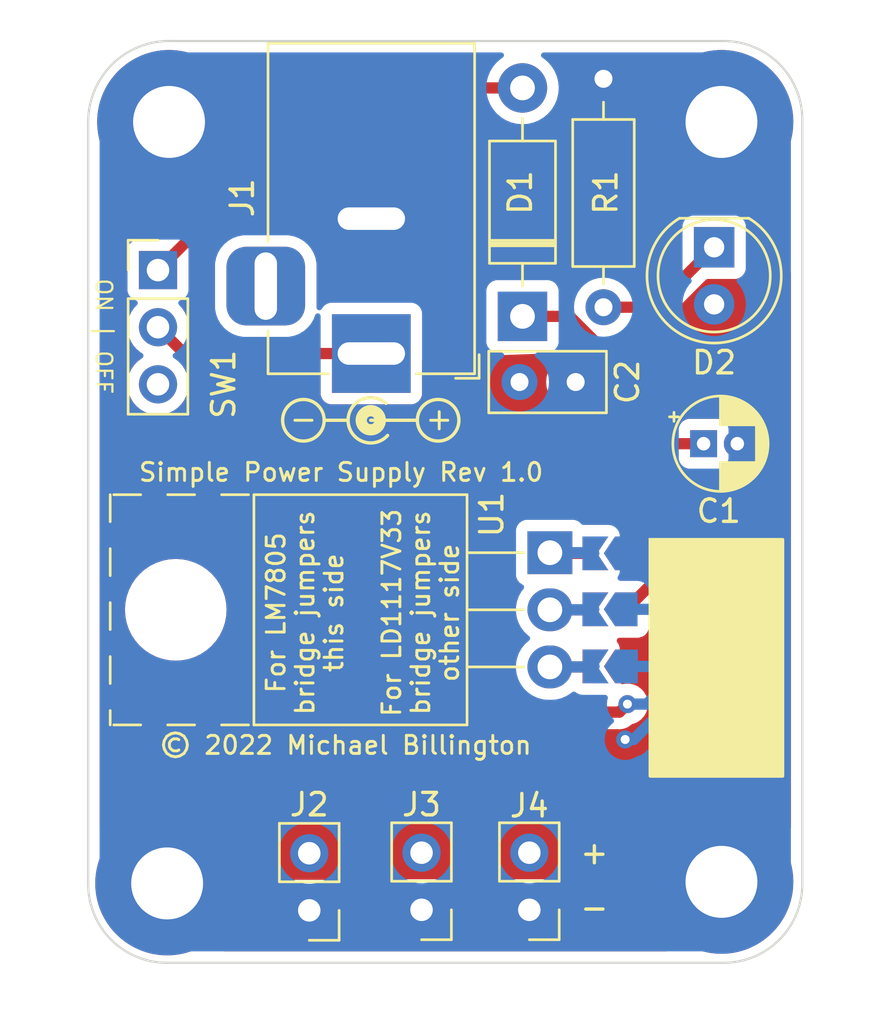
<source format=kicad_pcb>
(kicad_pcb (version 20211014) (generator pcbnew)
  (layers (0 "F.Cu" signal) (31 "B.Cu" signal) (34 "B.Paste" user) (35 "F.Paste" user) (36 "B.SilkS" user "B.Silkscreen") (37 "F.SilkS" user "F.Silkscreen") (38 "B.Mask" user) (39 "F.Mask" user) (44 "Edge.Cuts" user))
  (net 0 "")
  (net 1 "GND")
  (net 2 "/REG_OUT")
  (net 3 "/REG_IN")
  (net 4 "Net-(D2-Pad1)")
  (net 5 "/PWR_SW")
  (net 7 "/PWR_RAW")
  (net 8 "/REG1")
  (net 9 "/REG2")
  (net 10 "/REG3")
  (footprint "MountingHole:MountingHole_3.2mm_M3_Pad" (layer "F.Cu") (at 160.6 56.3)
    (fp_text reference "H2" hide)
    (fp_text value "MountingHole_3.2mm_M3_Pad" hide)
    (pad "1" thru_hole circle (at 0 0) (size 6.4 6.4) (drill 3.2) (layers *.Cu *.Mask) (net 1 "GND"))
  )
  (footprint "MountingHole:MountingHole_3.2mm_M3_Pad" (layer "F.Cu") (at 160.6 90.1)
    (fp_text reference "H4" hide)
    (fp_text value "MountingHole_3.2mm_M3_Pad" hide)
    (pad "1" thru_hole circle (at 0 0) (size 6.4 6.4) (drill 3.2) (layers *.Cu *.Mask) (net 1 "GND"))
  )
  (footprint "Capacitor_THT:CP_Radial_D4.0mm_P1.50mm" (layer "F.Cu") (at 159.805401 70.612)
    (fp_text reference "C1" (at 0.671799 2.9972) (layer "F.SilkS"))
    (fp_text value "100µF")
    (fp_line (start 0.75 -2.08) (end 0.75 -0.84) (layer "F.SilkS") (width 0.12))
    (fp_line (start 0.95 -2.071) (end 0.95 -0.84) (layer "F.SilkS") (width 0.12))
    (fp_line (start 2.511 -1.142) (end 2.511 1.142) (layer "F.SilkS") (width 0.12))
    (fp_line (start 1.19 0.84) (end 1.19 2.034) (layer "F.SilkS") (width 0.12))
    (fp_line (start 2.431 -1.254) (end 2.431 1.254) (layer "F.SilkS") (width 0.12))
    (fp_line (start 2.831 -0.37) (end 2.831 0.37) (layer "F.SilkS") (width 0.12))
    (fp_line (start 1.711 -1.851) (end 1.711 -0.84) (layer "F.SilkS") (width 0.12))
    (fp_line (start 2.071 -1.619) (end 2.071 -0.84) (layer "F.SilkS") (width 0.12))
    (fp_line (start 2.631 -0.94) (end 2.631 0.94) (layer "F.SilkS") (width 0.12))
    (fp_line (start 1.831 -1.785) (end 1.831 -0.84) (layer "F.SilkS") (width 0.12))
    (fp_line (start 0.87 0.84) (end 0.87 2.077) (layer "F.SilkS") (width 0.12))
    (fp_line (start 2.311 0.84) (end 2.311 1.396) (layer "F.SilkS") (width 0.12))
    (fp_line (start 2.031 -1.65) (end 2.031 -0.84) (layer "F.SilkS") (width 0.12))
    (fp_line (start 2.591 -1.013) (end 2.591 1.013) (layer "F.SilkS") (width 0.12))
    (fp_line (start 1.07 -2.056) (end 1.07 -0.84) (layer "F.SilkS") (width 0.12))
    (fp_line (start 2.231 -1.478) (end 2.231 -0.84) (layer "F.SilkS") (width 0.12))
    (fp_line (start 1.511 -1.94) (end 1.511 -0.84) (layer "F.SilkS") (width 0.12))
    (fp_line (start 2.551 -1.08) (end 2.551 1.08) (layer "F.SilkS") (width 0.12))
    (fp_line (start 2.391 -1.304) (end 2.391 1.304) (layer "F.SilkS") (width 0.12))
    (fp_line (start 1.871 0.84) (end 1.871 1.76) (layer "F.SilkS") (width 0.12))
    (fp_line (start 1.15 0.84) (end 1.15 2.042) (layer "F.SilkS") (width 0.12))
    (fp_line (start 1.631 -1.889) (end 1.631 -0.84) (layer "F.SilkS") (width 0.12))
    (fp_line (start 0.99 -2.067) (end 0.99 -0.84) (layer "F.SilkS") (width 0.12))
    (fp_line (start 1.15 -2.042) (end 1.15 -0.84) (layer "F.SilkS") (width 0.12))
    (fp_line (start 1.671 0.84) (end 1.671 1.87) (layer "F.SilkS") (width 0.12))
    (fp_line (start 1.23 -2.025) (end 1.23 -0.84) (layer "F.SilkS") (width 0.12))
    (fp_line (start 1.991 -1.68) (end 1.991 -0.84) (layer "F.SilkS") (width 0.12))
    (fp_line (start 1.791 0.84) (end 1.791 1.808) (layer "F.SilkS") (width 0.12))
    (fp_line (start 1.19 -2.034) (end 1.19 -0.84) (layer "F.SilkS") (width 0.12))
    (fp_line (start 1.03 -2.062) (end 1.03 -0.84) (layer "F.SilkS") (width 0.12))
    (fp_line (start 1.911 0.84) (end 1.911 1.735) (layer "F.SilkS") (width 0.12))
    (fp_line (start 2.191 0.84) (end 2.191 1.516) (layer "F.SilkS") (width 0.12))
    (fp_line (start 1.471 -1.954) (end 1.471 -0.84) (layer "F.SilkS") (width 0.12))
    (fp_line (start 0.75 0.84) (end 0.75 2.08) (layer "F.SilkS") (width 0.12))
    (fp_line (start 1.11 -2.05) (end 1.11 -0.84) (layer "F.SilkS") (width 0.12))
    (fp_line (start 2.271 -1.438) (end 2.271 -0.84) (layer "F.SilkS") (width 0.12))
    (fp_line (start 1.11 0.84) (end 1.11 2.05) (layer "F.SilkS") (width 0.12))
    (fp_line (start 2.031 0.84) (end 2.031 1.65) (layer "F.SilkS") (width 0.12))
    (fp_line (start 1.671 -1.87) (end 1.671 -0.84) (layer "F.SilkS") (width 0.12))
    (fp_line (start 2.791 -0.537) (end 2.791 0.537) (layer "F.SilkS") (width 0.12))
    (fp_line (start 1.911 -1.735) (end 1.911 -0.84) (layer "F.SilkS") (width 0.12))
    (fp_line (start 1.551 0.84) (end 1.551 1.924) (layer "F.SilkS") (width 0.12))
    (fp_line (start 2.351 -1.351) (end 2.351 1.351) (layer "F.SilkS") (width 0.12))
    (fp_line (start 1.631 0.84) (end 1.631 1.889) (layer "F.SilkS") (width 0.12))
    (fp_line (start 1.43 -1.968) (end 1.43 -0.84) (layer "F.SilkS") (width 0.12))
    (fp_line (start 2.231 0.84) (end 2.231 1.478) (layer "F.SilkS") (width 0.12))
    (fp_line (start 1.35 0.84) (end 1.35 1.994) (layer "F.SilkS") (width 0.12))
    (fp_line (start 2.191 -1.516) (end 2.191 -0.84) (layer "F.SilkS") (width 0.12))
    (fp_line (start 0.87 -2.077) (end 0.87 -0.84) (layer "F.SilkS") (width 0.12))
    (fp_line (start 1.871 -1.76) (end 1.871 -0.84) (layer "F.SilkS") (width 0.12))
    (fp_line (start -1.319801 -1.395) (end -1.319801 -0.995) (layer "F.SilkS") (width 0.12))
    (fp_line (start 1.711 0.84) (end 1.711 1.851) (layer "F.SilkS") (width 0.12))
    (fp_line (start 1.03 0.84) (end 1.03 2.062) (layer "F.SilkS") (width 0.12))
    (fp_line (start 1.831 0.84) (end 1.831 1.785) (layer "F.SilkS") (width 0.12))
    (fp_line (start 1.471 0.84) (end 1.471 1.954) (layer "F.SilkS") (width 0.12))
    (fp_line (start 2.671 -0.859) (end 2.671 0.859) (layer "F.SilkS") (width 0.12))
    (fp_line (start 1.43 0.84) (end 1.43 1.968) (layer "F.SilkS") (width 0.12))
    (fp_line (start 2.311 -1.396) (end 2.311 -0.84) (layer "F.SilkS") (width 0.12))
    (fp_line (start 2.711 -0.768) (end 2.711 0.768) (layer "F.SilkS") (width 0.12))
    (fp_line (start 0.91 -2.074) (end 0.91 -0.84) (layer "F.SilkS") (width 0.12))
    (fp_line (start 1.751 0.84) (end 1.751 1.83) (layer "F.SilkS") (width 0.12))
    (fp_line (start 0.79 -2.08) (end 0.79 -0.84) (layer "F.SilkS") (width 0.12))
    (fp_line (start 1.791 -1.808) (end 1.791 -0.84) (layer "F.SilkS") (width 0.12))
    (fp_line (start 1.951 0.84) (end 1.951 1.708) (layer "F.SilkS") (width 0.12))
    (fp_line (start 1.27 0.84) (end 1.27 2.016) (layer "F.SilkS") (width 0.12))
    (fp_line (start 0.99 0.84) (end 0.99 2.067) (layer "F.SilkS") (width 0.12))
    (fp_line (start 0.83 0.84) (end 0.83 2.079) (layer "F.SilkS") (width 0.12))
    (fp_line (start 1.511 0.84) (end 1.511 1.94) (layer "F.SilkS") (width 0.12))
    (fp_line (start 1.27 -2.016) (end 1.27 -0.84) (layer "F.SilkS") (width 0.12))
    (fp_line (start 1.07 0.84) (end 1.07 2.056) (layer "F.SilkS") (width 0.12))
    (fp_line (start 1.591 0.84) (end 1.591 1.907) (layer "F.SilkS") (width 0.12))
    (fp_line (start 0.79 0.84) (end 0.79 2.08) (layer "F.SilkS") (width 0.12))
    (fp_line (start 1.991 0.84) (end 1.991 1.68) (layer "F.SilkS") (width 0.12))
    (fp_line (start 1.39 -1.982) (end 1.39 -0.84) (layer "F.SilkS") (width 0.12))
    (fp_line (start 1.31 0.84) (end 1.31 2.005) (layer "F.SilkS") (width 0.12))
    (fp_line (start 1.551 -1.924) (end 1.551 -0.84) (layer "F.SilkS") (width 0.12))
    (fp_line (start 2.151 0.84) (end 2.151 1.552) (layer "F.SilkS") (width 0.12))
    (fp_line (start 1.751 -1.83) (end 1.751 -0.84) (layer "F.SilkS") (width 0.12))
    (fp_line (start 2.271 0.84) (end 2.271 1.438) (layer "F.SilkS") (width 0.12))
    (fp_line (start 1.39 0.84) (end 1.39 1.982) (layer "F.SilkS") (width 0.12))
    (fp_line (start 2.751 -0.664) (end 2.751 0.664) (layer "F.SilkS") (width 0.12))
    (fp_line (start 2.111 0.84) (end 2.111 1.587) (layer "F.SilkS") (width 0.12))
    (fp_line (start -1.519801 -1.195) (end -1.119801 -1.195) (layer "F.SilkS") (width 0.12))
    (fp_line (start 0.95 0.84) (end 0.95 2.071) (layer "F.SilkS") (width 0.12))
    (fp_line (start 2.111 -1.587) (end 2.111 -0.84) (layer "F.SilkS") (width 0.12))
    (fp_line (start 2.471 -1.2) (end 2.471 1.2) (layer "F.SilkS") (width 0.12))
    (fp_line (start 1.35 -1.994) (end 1.35 -0.84) (layer "F.SilkS") (width 0.12))
    (fp_line (start 2.151 -1.552) (end 2.151 -0.84) (layer "F.SilkS") (width 0.12))
    (fp_line (start 1.31 -2.005) (end 1.31 -0.84) (layer "F.SilkS") (width 0.12))
    (fp_line (start 1.951 -1.708) (end 1.951 -0.84) (layer "F.SilkS") (width 0.12))
    (fp_line (start 2.071 0.84) (end 2.071 1.619) (layer "F.SilkS") (width 0.12))
    (fp_line (start 1.23 0.84) (end 1.23 2.025) (layer "F.SilkS") (width 0.12))
    (fp_line (start 1.591 -1.907) (end 1.591 -0.84) (layer "F.SilkS") (width 0.12))
    (fp_line (start 0.91 0.84) (end 0.91 2.074) (layer "F.SilkS") (width 0.12))
    (fp_line (start 0.83 -2.079) (end 0.83 -0.84) (layer "F.SilkS") (width 0.12))
    (fp_circle (center 0.75 0) (end 2.87 0) (layer "F.SilkS") (width 0.12) (fill none))
    (pad "1" thru_hole rect (at 0 0) (size 1.2 1.2) (drill 0.6) (layers *.Cu *.Mask) (net 3 "/REG_IN"))
    (pad "2" thru_hole circle (at 1.5 0) (size 1.2 1.2) (drill 0.6) (layers *.Cu *.Mask) (net 1 "GND"))
  )
  (footprint "Jumper:SolderJumper-2_P1.3mm_Open_TrianglePad1.0x1.5mm" (layer "F.Cu") (at 155.6374 77.978 180)
    (fp_text reference "JP2" hide)
    (fp_text value "SolderJumper_2_Open")
    (pad "1" smd custom (at -0.725 0 180) (size 0.3 0.3) (layers "F.Cu" "F.Mask") (net 1 "GND") (options (clearance outline) (anchor rect)) (primitives (gr_poly (pts (xy 1 0) (xy 0.5 0.75) (xy -0.5 0.75) (xy -0.5 -0.75) (xy 0.5 -0.75)) (width 0) (fill yes))))
    (pad "2" smd custom (at 0.725 0 180) (size 0.3 0.3) (layers "F.Cu" "F.Mask") (net 9 "/REG2") (options (clearance outline) (anchor rect)) (primitives (gr_poly (pts (xy 0.5 0.75) (xy -0.65 0.75) (xy -0.15 0) (xy -0.65 -0.75) (xy 0.5 -0.75)) (width 0) (fill yes))))
  )
  (footprint "Jumper:SolderJumper-2_P1.3mm_Open_TrianglePad1.0x1.5mm" (layer "F.Cu") (at 155.6374 75.4888 180)
    (fp_text reference "JP1" hide)
    (fp_text value "SolderJumper_2_Open")
    (pad "1" smd custom (at -0.725 0 180) (size 0.3 0.3) (layers "F.Cu" "F.Mask") (net 3 "/REG_IN") (options (clearance outline) (anchor rect)) (primitives (gr_poly (pts (xy 1 0) (xy 0.5 0.75) (xy -0.5 0.75) (xy -0.5 -0.75) (xy 0.5 -0.75)) (width 0) (fill yes))))
    (pad "2" smd custom (at 0.725 0 180) (size 0.3 0.3) (layers "F.Cu" "F.Mask") (net 8 "/REG1") (options (clearance outline) (anchor rect)) (primitives (gr_poly (pts (xy 0.5 0.75) (xy -0.65 0.75) (xy -0.15 0) (xy -0.65 -0.75) (xy 0.5 -0.75)) (width 0) (fill yes))))
  )
  (footprint "LED_THT:LED_D5.0mm" (layer "F.Cu") (at 160.274 61.8744 -90)
    (fp_text reference "D2" (at 5.1308 0 180) (layer "F.SilkS"))
    (fp_text value "LED")
    (fp_line (start -1.29 -1.545) (end -1.29 1.545) (layer "F.SilkS") (width 0.12))
    (fp_arc (start 4.26 -0.000462) (mid 2.072002 2.880433) (end -1.29 1.54483) (layer "F.SilkS") (width 0.12))
    (fp_arc (start -1.29 -1.54483) (mid 2.072002 -2.880433) (end 4.26 0.000462) (layer "F.SilkS") (width 0.12))
    (fp_circle (center 1.27 0) (end 3.77 0) (layer "F.SilkS") (width 0.12) (fill none))
    (pad "1" thru_hole rect (at 0 0 270) (size 1.8 1.8) (drill 0.9) (layers *.Cu *.Mask) (net 4 "Net-(D2-Pad1)"))
    (pad "2" thru_hole circle (at 2.54 0 270) (size 1.8 1.8) (drill 0.9) (layers *.Cu *.Mask) (net 2 "/REG_OUT"))
  )
  (footprint "MountingHole:MountingHole_3.2mm_M3_Pad" (layer "F.Cu") (at 135.9154 90.17)
    (fp_text reference "H3" hide)
    (fp_text value "MountingHole_3.2mm_M3_Pad" hide)
    (pad "1" thru_hole circle (at 0 0) (size 6.4 6.4) (drill 3.2) (layers *.Cu *.Mask) (net 1 "GND"))
  )
  (footprint "Diode_THT:D_DO-41_SOD81_P10.16mm_Horizontal" (layer "F.Cu") (at 151.7396 64.9478 90)
    (fp_text reference "D1" (at 5.5118 -0.1016 90) (layer "F.SilkS"))
    (fp_text value "1N5819")
    (fp_line (start 3.26 -1.47) (end 3.26 1.47) (layer "F.SilkS") (width 0.12))
    (fp_line (start 1.34 0) (end 2.36 0) (layer "F.SilkS") (width 0.12))
    (fp_line (start 7.8 -1.47) (end 2.36 -1.47) (layer "F.SilkS") (width 0.12))
    (fp_line (start 2.36 1.47) (end 7.8 1.47) (layer "F.SilkS") (width 0.12))
    (fp_line (start 7.8 1.47) (end 7.8 -1.47) (layer "F.SilkS") (width 0.12))
    (fp_line (start 3.38 -1.47) (end 3.38 1.47) (layer "F.SilkS") (width 0.12))
    (fp_line (start 3.14 -1.47) (end 3.14 1.47) (layer "F.SilkS") (width 0.12))
    (fp_line (start 8.82 0) (end 7.8 0) (layer "F.SilkS") (width 0.12))
    (fp_line (start 2.36 -1.47) (end 2.36 1.47) (layer "F.SilkS") (width 0.12))
    (pad "1" thru_hole rect (at 0 0 90) (size 2.2 2.2) (drill 1.1) (layers *.Cu *.Mask) (net 3 "/REG_IN"))
    (pad "2" thru_hole oval (at 10.16 0 90) (size 2.2 2.2) (drill 1.1) (layers *.Cu *.Mask) (net 5 "/PWR_SW"))
  )
  (footprint "Jumper:SolderJumper-2_P1.3mm_Open_TrianglePad1.0x1.5mm" (layer "F.Cu") (at 155.6374 80.518 180)
    (fp_text reference "JP3" hide)
    (fp_text value "SolderJumper_2_Open")
    (pad "1" smd custom (at -0.725 0 180) (size 0.3 0.3) (layers "F.Cu" "F.Mask") (net 2 "/REG_OUT") (options (clearance outline) (anchor rect)) (primitives (gr_poly (pts (xy 1 0) (xy 0.5 0.75) (xy -0.5 0.75) (xy -0.5 -0.75) (xy 0.5 -0.75)) (width 0) (fill yes))))
    (pad "2" smd custom (at 0.725 0 180) (size 0.3 0.3) (layers "F.Cu" "F.Mask") (net 10 "/REG3") (options (clearance outline) (anchor rect)) (primitives (gr_poly (pts (xy 0.5 0.75) (xy -0.65 0.75) (xy -0.15 0) (xy -0.65 -0.75) (xy 0.5 -0.75)) (width 0) (fill yes))))
  )
  (footprint "Resistor_THT:R_Axial_DIN0207_L6.3mm_D2.5mm_P10.16mm_Horizontal" (layer "F.Cu") (at 155.3464 64.5414 90)
    (fp_text reference "R1" (at 5.1054 0.1016 90) (layer "F.SilkS"))
    (fp_text value "1k")
    (fp_line (start 9.12 0) (end 8.35 0) (layer "F.SilkS") (width 0.12))
    (fp_line (start 8.35 1.37) (end 8.35 -1.37) (layer "F.SilkS") (width 0.12))
    (fp_line (start 1.81 -1.37) (end 1.81 1.37) (layer "F.SilkS") (width 0.12))
    (fp_line (start 1.81 1.37) (end 8.35 1.37) (layer "F.SilkS") (width 0.12))
    (fp_line (start 8.35 -1.37) (end 1.81 -1.37) (layer "F.SilkS") (width 0.12))
    (fp_line (start 1.04 0) (end 1.81 0) (layer "F.SilkS") (width 0.12))
    (pad "1" thru_hole circle (at 0 0 90) (size 1.6 1.6) (drill 0.8) (layers *.Cu *.Mask) (net 4 "Net-(D2-Pad1)"))
    (pad "2" thru_hole oval (at 10.16 0 90) (size 1.6 1.6) (drill 0.8) (layers *.Cu *.Mask) (net 1 "GND"))
  )
  (footprint "Capacitor_THT:C_Disc_D5.0mm_W2.5mm_P2.50mm" (layer "F.Cu") (at 151.6072 67.8688)
    (fp_text reference "C2" (at 4.806 0 90) (layer "F.SilkS"))
    (fp_text value "0.1µF")
    (fp_line (start -1.37 -1.37) (end 3.87 -1.37) (layer "F.SilkS") (width 0.12))
    (fp_line (start -1.37 -1.37) (end -1.37 1.37) (layer "F.SilkS") (width 0.12))
    (fp_line (start 3.87 -1.37) (end 3.87 1.37) (layer "F.SilkS") (width 0.12))
    (fp_line (start -1.37 1.37) (end 3.87 1.37) (layer "F.SilkS") (width 0.12))
    (pad "1" thru_hole circle (at 0 0) (size 1.6 1.6) (drill 0.8) (layers *.Cu *.Mask) (net 2 "/REG_OUT"))
    (pad "2" thru_hole circle (at 2.5 0) (size 1.6 1.6) (drill 0.8) (layers *.Cu *.Mask) (net 1 "GND"))
  )
  (footprint "Connector_PinHeader_2.54mm:PinHeader_1x03_P2.54mm_Vertical" (layer "F.Cu") (at 135.509 62.8904)
    (fp_text reference "SW1" (at 2.921 5.08 90) (layer "F.SilkS"))
    (fp_text value "SW_SPDT")
    (fp_line (start -1.33 1.27) (end 1.33 1.27) (layer "F.SilkS") (width 0.12))
    (fp_line (start -1.33 1.27) (end -1.33 6.41) (layer "F.SilkS") (width 0.12))
    (fp_line (start -1.33 -1.33) (end 0 -1.33) (layer "F.SilkS") (width 0.12))
    (fp_line (start -1.33 6.41) (end 1.33 6.41) (layer "F.SilkS") (width 0.12))
    (fp_line (start 1.33 1.27) (end 1.33 6.41) (layer "F.SilkS") (width 0.12))
    (fp_line (start -1.33 0) (end -1.33 -1.33) (layer "F.SilkS") (width 0.12))
    (pad "1" thru_hole rect (at 0 0) (size 1.7 1.7) (drill 1) (layers *.Cu *.Mask) (net 5 "/PWR_SW"))
    (pad "2" thru_hole oval (at 0 2.54) (size 1.7 1.7) (drill 1) (layers *.Cu *.Mask) (net 7 "/PWR_RAW"))
    (pad "3" thru_hole oval (at 0 5.08) (size 1.7 1.7) (drill 1) (layers *.Cu *.Mask))
  )
  (footprint "Symbol:Symbol_Barrel_Polarity" (layer "F.Cu") (at 144.9832 69.4944)
    (fp_text reference "H5" hide)
    (fp_text value "Symbol_Barrel_Polarity")
    (fp_line (start -2 0.075) (end -1.1 0.075) (layer "F.SilkS") (width 0.15))
    (fp_line (start 0 0.075) (end 2 0.075) (layer "F.SilkS") (width 0.15))
    (fp_arc (start 0.75 0.75) (mid -1.007627 0.128033) (end 0.675 -0.675) (layer "F.SilkS") (width 0.15))
    (fp_circle (center -3 0.075) (end -3 1) (layer "F.SilkS") (width 0.15) (fill none))
    (fp_circle (center 3 0.075) (end 3 1) (layer "F.SilkS") (width 0.15) (fill none))
    (fp_circle (center 0 0.075) (end 0 0.25) (layer "F.SilkS") (width 0.5) (fill none))
  )
  (footprint "Connector_BarrelJack:BarrelJack_Horizontal" (layer "F.Cu") (at 145.0086 66.6016 -90)
    (fp_text reference "J1" (at -6.929 5.75 90) (layer "F.SilkS"))
    (fp_text value "Barrel_Jack")
    (fp_line (start 1.1 -3.75) (end 1.1 -4.8) (layer "F.SilkS") (width 0.12))
    (fp_line (start 0.05 -4.8) (end 1.1 -4.8) (layer "F.SilkS") (width 0.12))
    (fp_line (start -13.8 -4.6) (end 0.9 -4.6) (layer "F.SilkS") (width 0.12))
    (fp_line (start -5 4.6) (end -13.8 4.6) (layer "F.SilkS") (width 0.12))
    (fp_line (start 0.9 1.9) (end 0.9 4.6) (layer "F.SilkS") (width 0.12))
    (fp_line (start 0.9 4.6) (end -1 4.6) (layer "F.SilkS") (width 0.12))
    (fp_line (start -13.8 4.6) (end -13.8 -4.6) (layer "F.SilkS") (width 0.12))
    (fp_line (start 0.9 -4.6) (end 0.9 -2) (layer "F.SilkS") (width 0.12))
    (pad "1" thru_hole rect (at 0 0 270) (size 3.5 3.5) (drill oval 1 3) (layers *.Cu *.Mask) (net 7 "/PWR_RAW"))
    (pad "2" thru_hole roundrect (at -6 0 270) (size 3 3.5) (drill oval 1 3) (layers *.Cu *.Mask) (net 1 "GND"))
    (pad "3" thru_hole roundrect (at -3 4.7 270) (size 3.5 3.5) (drill oval 3 1) (layers *.Cu *.Mask))
  )
  (footprint "Connector_PinHeader_2.54mm:PinHeader_1x02_P2.54mm_Vertical" (layer "F.Cu") (at 152.0444 91.3434 180)
    (fp_text reference "J4" (at 0 4.6278) (layer "F.SilkS"))
    (fp_text value "Conn_01x02_Male")
    (fp_line (start -1.33 3.87) (end 1.33 3.87) (layer "F.SilkS") (width 0.12))
    (fp_line (start 1.33 1.27) (end 1.33 3.87) (layer "F.SilkS") (width 0.12))
    (fp_line (start -1.33 1.27) (end 1.33 1.27) (layer "F.SilkS") (width 0.12))
    (fp_line (start -1.33 -1.33) (end 0 -1.33) (layer "F.SilkS") (width 0.12))
    (fp_line (start -1.33 1.27) (end -1.33 3.87) (layer "F.SilkS") (width 0.12))
    (fp_line (start -1.33 0) (end -1.33 -1.33) (layer "F.SilkS") (width 0.12))
    (pad "1" thru_hole rect (at 0 0 180) (size 1.7 1.7) (drill 1) (layers *.Cu *.Mask) (net 1 "GND"))
    (pad "2" thru_hole oval (at 0 2.54 180) (size 1.7 1.7) (drill 1) (layers *.Cu *.Mask) (net 2 "/REG_OUT"))
  )
  (footprint "MountingHole:MountingHole_3.2mm_M3_Pad" (layer "F.Cu") (at 136 56.3)
    (fp_text reference "H1" hide)
    (fp_text value "MountingHole_3.2mm_M3_Pad" hide)
    (pad "1" thru_hole circle (at 0 0) (size 6.4 6.4) (drill 3.2) (layers *.Cu *.Mask) (net 1 "GND"))
  )
  (footprint "Connector_PinHeader_2.54mm:PinHeader_1x02_P2.54mm_Vertical" (layer "F.Cu") (at 147.2444 91.3434 180)
    (fp_text reference "J3" (at 0 4.6786) (layer "F.SilkS"))
    (fp_text value "Conn_01x02_Male")
    (fp_line (start 1.33 1.27) (end 1.33 3.87) (layer "F.SilkS") (width 0.12))
    (fp_line (start -1.33 3.87) (end 1.33 3.87) (layer "F.SilkS") (width 0.12))
    (fp_line (start -1.33 0) (end -1.33 -1.33) (layer "F.SilkS") (width 0.12))
    (fp_line (start -1.33 1.27) (end -1.33 3.87) (layer "F.SilkS") (width 0.12))
    (fp_line (start -1.33 -1.33) (end 0 -1.33) (layer "F.SilkS") (width 0.12))
    (fp_line (start -1.33 1.27) (end 1.33 1.27) (layer "F.SilkS") (width 0.12))
    (pad "1" thru_hole rect (at 0 0 180) (size 1.7 1.7) (drill 1) (layers *.Cu *.Mask) (net 1 "GND"))
    (pad "2" thru_hole oval (at 0 2.54 180) (size 1.7 1.7) (drill 1) (layers *.Cu *.Mask) (net 2 "/REG_OUT"))
  )
  (footprint "Package_TO_SOT_THT:TO-220-3_Horizontal_TabUp" (layer "F.Cu") (at 152.96 75.46 -90)
    (fp_text reference "U1" (at -1.6984 2.592 -90) (layer "F.SilkS"))
    (fp_text value "L7805")
    (fp_line (start -2.58 15.82) (end -2.58 17.02) (layer "F.SilkS") (width 0.12))
    (fp_line (start -2.58 13.42) (end -2.58 14.62) (layer "F.SilkS") (width 0.12))
    (fp_line (start 7.66 3.69) (end 7.66 13.18) (layer "F.SilkS") (width 0.12))
    (fp_line (start 7.66 13.42) (end 7.66 14.62) (layer "F.SilkS") (width 0.12))
    (fp_line (start 7.66 15.82) (end 7.66 17.02) (layer "F.SilkS") (width 0.12))
    (fp_line (start -2.58 3.69) (end -2.58 13.18) (layer "F.SilkS") (width 0.12))
    (fp_line (start 5.08 1.15) (end 5.08 3.69) (layer "F.SilkS") (width 0.12))
    (fp_line (start -2.58 13.18) (end 7.66 13.18) (layer "F.SilkS") (width 0.12))
    (fp_line (start 7.66 18.22) (end 7.66 19.42) (layer "F.SilkS") (width 0.12))
    (fp_line (start 4.62 19.58) (end 5.82 19.58) (layer "F.SilkS") (width 0.12))
    (fp_line (start 2.22 19.58) (end 3.42 19.58) (layer "F.SilkS") (width 0.12))
    (fp_line (start 2.54 1.15) (end 2.54 3.69) (layer "F.SilkS") (width 0.12))
    (fp_line (start -0.181 19.58) (end 1.02 19.58) (layer "F.SilkS") (width 0.12))
    (fp_line (start 0 1.15) (end 0 3.69) (layer "F.SilkS") (width 0.12))
    (fp_line (start -2.58 3.69) (end 7.66 3.69) (layer "F.SilkS") (width 0.12))
    (fp_line (start -2.58 19.58) (end -1.38 19.58) (layer "F.SilkS") (width 0.12))
    (fp_line (start 7.02 19.58) (end 7.66 19.58) (layer "F.SilkS") (width 0.12))
    (fp_line (start -2.58 18.22) (end -2.58 19.42) (layer "F.SilkS") (width 0.12))
    (pad "" np_thru_hole oval (at 2.54 16.66 270) (size 3.5 3.5) (drill 3.5) (layers *.Cu *.Mask))
    (pad "1" thru_hole rect (at 0 0 270) (size 1.905 2) (drill 1.1) (layers *.Cu *.Mask) (net 8 "/REG1"))
    (pad "2" thru_hole oval (at 2.54 0 270) (size 1.905 2) (drill 1.1) (layers *.Cu *.Mask) (net 9 "/REG2"))
    (pad "3" thru_hole oval (at 5.08 0 270) (size 1.905 2) (drill 1.1) (layers *.Cu *.Mask) (net 10 "/REG3"))
  )
  (footprint "Connector_PinHeader_2.54mm:PinHeader_1x02_P2.54mm_Vertical" (layer "F.Cu") (at 142.2444 91.3684 180)
    (fp_text reference "J2" (at 0 4.7036) (layer "F.SilkS"))
    (fp_text value "Conn_01x02_Male")
    (fp_line (start 1.33 1.27) (end 1.33 3.87) (layer "F.SilkS") (width 0.12))
    (fp_line (start -1.33 1.27) (end 1.33 1.27) (layer "F.SilkS") (width 0.12))
    (fp_line (start -1.33 3.87) (end 1.33 3.87) (layer "F.SilkS") (width 0.12))
    (fp_line (start -1.33 1.27) (end -1.33 3.87) (layer "F.SilkS") (width 0.12))
    (fp_line (start -1.33 0) (end -1.33 -1.33) (layer "F.SilkS") (width 0.12))
    (fp_line (start -1.33 -1.33) (end 0 -1.33) (layer "F.SilkS") (width 0.12))
    (pad "1" thru_hole rect (at 0 0 180) (size 1.7 1.7) (drill 1) (layers *.Cu *.Mask) (net 1 "GND"))
    (pad "2" thru_hole oval (at 0 2.54 180) (size 1.7 1.7) (drill 1) (layers *.Cu *.Mask) (net 2 "/REG_OUT"))
  )
  (footprint "Jumper:SolderJumper-2_P1.3mm_Open_TrianglePad1.0x1.5mm" (layer "B.Cu") (at 155.6512 80.518 180)
    (fp_text reference "JP6" hide)
    (fp_text value "SolderJumper_2_Open")
    (pad "1" smd custom (at -0.725 0 180) (size 0.3 0.3) (layers "B.Cu" "B.Mask") (net 3 "/REG_IN") (options (clearance outline) (anchor rect)) (primitives (gr_poly (pts (xy 1 0) (xy 0.5 -0.75) (xy -0.5 -0.75) (xy -0.5 0.75) (xy 0.5 0.75)) (width 0) (fill yes))))
    (pad "2" smd custom (at 0.725 0 180) (size 0.3 0.3) (layers "B.Cu" "B.Mask") (net 10 "/REG3") (options (clearance outline) (anchor rect)) (primitives (gr_poly (pts (xy 0.5 -0.75) (xy -0.65 -0.75) (xy -0.15 0) (xy -0.65 0.75) (xy 0.5 0.75)) (width 0) (fill yes))))
  )
  (footprint "Jumper:SolderJumper-2_P1.3mm_Open_TrianglePad1.0x1.5mm" (layer "B.Cu") (at 155.6374 77.978 180)
    (fp_text reference "JP5" hide)
    (fp_text value "SolderJumper_2_Open")
    (pad "1" smd custom (at -0.725 0 180) (size 0.3 0.3) (layers "B.Cu" "B.Mask") (net 2 "/REG_OUT") (options (clearance outline) (anchor rect)) (primitives (gr_poly (pts (xy 1 0) (xy 0.5 -0.75) (xy -0.5 -0.75) (xy -0.5 0.75) (xy 0.5 0.75)) (width 0) (fill yes))))
    (pad "2" smd custom (at 0.725 0 180) (size 0.3 0.3) (layers "B.Cu" "B.Mask") (net 9 "/REG2") (options (clearance outline) (anchor rect)) (primitives (gr_poly (pts (xy 0.5 -0.75) (xy -0.65 -0.75) (xy -0.15 0) (xy -0.65 0.75) (xy 0.5 0.75)) (width 0) (fill yes))))
  )
  (footprint "Jumper:SolderJumper-2_P1.3mm_Open_TrianglePad1.0x1.5mm" (layer "B.Cu") (at 155.6374 75.4888 180)
    (fp_text reference "JP4" hide)
    (fp_text value "SolderJumper_2_Open")
    (pad "1" smd custom (at -0.725 0 180) (size 0.3 0.3) (layers "B.Cu" "B.Mask") (net 1 "GND") (options (clearance outline) (anchor rect)) (primitives (gr_poly (pts (xy 1 0) (xy 0.5 -0.75) (xy -0.5 -0.75) (xy -0.5 0.75) (xy 0.5 0.75)) (width 0) (fill yes))))
    (pad "2" smd custom (at 0.725 0 180) (size 0.3 0.3) (layers "B.Cu" "B.Mask") (net 8 "/REG1") (options (clearance outline) (anchor rect)) (primitives (gr_poly (pts (xy 0.5 -0.75) (xy -0.65 -0.75) (xy -0.15 0) (xy -0.65 0.75) (xy 0.5 0.75)) (width 0) (fill yes))))
  )
  (gr_rect (start 157.4292 85.3948) (end 163.322 74.8792) (layer "F.SilkS") (width 0.15) (fill solid))
  (gr_arc (start 164.2 90.2) (mid 163.174874 92.674874) (end 160.7 93.7) (layer "Edge.Cuts") (width 0.1))
  (gr_line (start 164.2 90.2) (end 164.2 56.2) (layer "Edge.Cuts") (width 0.1))
  (gr_line (start 160.7 52.7) (end 136 52.7) (layer "Edge.Cuts") (width 0.1))
  (gr_line (start 135.9 93.7) (end 160.7 93.7) (layer "Edge.Cuts") (width 0.1))
  (gr_arc (start 135.9 93.7) (mid 133.425126 92.674874) (end 132.4 90.2) (layer "Edge.Cuts") (width 0.1))
  (gr_line (start 132.4 56.3) (end 132.4 90.2) (layer "Edge.Cuts") (width 0.1))
  (gr_arc (start 132.4 56.3) (mid 133.454416 53.754416) (end 136 52.7) (layer "Edge.Cuts") (width 0.1))
  (gr_arc (start 160.7 52.7) (mid 163.174874 53.725126) (end 164.2 56.2) (layer "Edge.Cuts") (width 0.1))
  (gr_text "© 2022 Michael Billington" (at 143.8656 84.0232) (layer "F.SilkS") (effects (font (size 0.8 0.8) (thickness 0.13))))
  (gr_text "-" (at 154.94 91.2368) (layer "F.SilkS") (effects (font (size 1 1))))
  (gr_text "+" (at 154.94 88.7984) (layer "F.SilkS") (effects (font (size 1 1))))
  (gr_text "-" (at 141.986 69.4944) (layer "F.SilkS") (effects (font (size 1 1) (thickness 0.13))))
  (gr_text "Simple Power Supply Rev 1.0" (at 143.6624 71.882) (layer "F.SilkS") (effects (font (size 0.8 0.8) (thickness 0.13))))
  (gr_text "ON | OFF" (at 133.096 65.8368 270) (layer "F.SilkS") (effects (font (size 0.7 0.7) (thickness 0.1))))
  (gr_text "+" (at 148.0312 69.4944) (layer "F.SilkS") (effects (font (size 1 1) (thickness 0.13))))
  (gr_text "For LM7805\nbridge jumpers\nthis side\n\nFor LD1117V33\nbridge jumpers\nother side" (at 144.6276 78.1304 90) (layer "F.SilkS") (effects (font (size 0.8 0.8) (thickness 0.13))))
  (segment (start 156.3624 77.978) (end 161.305401 73.034999) (width 0.5) (layer "F.Cu") (net 1))
  (segment (start 161.305401 73.034999) (end 161.305401 70.612) (width 0.5) (layer "F.Cu") (net 1))
  (via (at 156.3116 83.7692) (size 0.8) (drill 0.4) (layers "F.Cu" "B.Cu") (net 2))
  (segment (start 156.69195 83.7692) (end 159.6532 80.80795) (width 0.5) (layer "B.Cu") (net 2))
  (segment (start 159.6532 80.80795) (end 159.6532 79.4908) (width 0.5) (layer "B.Cu") (net 2))
  (segment (start 156.3116 83.7692) (end 156.69195 83.7692) (width 0.5) (layer "B.Cu") (net 2))
  (segment (start 158.1404 77.978) (end 156.3624 77.978) (width 0.5) (layer "B.Cu") (net 2))
  (segment (start 159.6532 79.4908) (end 158.1404 77.978) (width 0.5) (layer "B.Cu") (net 2))
  (segment (start 153.8478 64.9478) (end 156.6164 67.7164) (width 0.5) (layer "F.Cu") (net 3))
  (segment (start 156.6164 70.9676) (end 156.3624 71.2216) (width 0.5) (layer "F.Cu") (net 3))
  (segment (start 157.5308 75.4888) (end 156.3624 75.4888) (width 0.5) (layer "F.Cu") (net 3))
  (segment (start 156.3624 73.1012) (end 151.892 73.1012) (width 0.5) (layer "F.Cu") (net 3))
  (segment (start 158.3944 73.1012) (end 159.1564 73.8632) (width 0.5) (layer "F.Cu") (net 3))
  (segment (start 156.3624 71.2216) (end 156.972 70.612) (width 0.5) (layer "F.Cu") (net 3))
  (segment (start 151.7396 64.9478) (end 153.8478 64.9478) (width 0.5) (layer "F.Cu") (net 3))
  (segment (start 156.972 70.612) (end 159.805401 70.612) (width 0.5) (layer "F.Cu") (net 3))
  (segment (start 156.3624 71.2216) (end 156.3624 73.1012) (width 0.5) (layer "F.Cu") (net 3))
  (segment (start 150.9268 74.0664) (end 150.9268 81.4832) (width 0.5) (layer "F.Cu") (net 3))
  (segment (start 151.892 73.1012) (end 150.9268 74.0664) (width 0.5) (layer "F.Cu") (net 3))
  (segment (start 156.6164 67.7164) (end 156.6164 70.9676) (width 0.5) (layer "F.Cu") (net 3))
  (segment (start 156.3624 73.1012) (end 158.3944 73.1012) (width 0.5) (layer "F.Cu") (net 3))
  (segment (start 150.9268 81.4832) (end 151.9936 82.55) (width 0.5) (layer "F.Cu") (net 3))
  (segment (start 151.9936 82.55) (end 156.0576 82.55) (width 0.5) (layer "F.Cu") (net 3))
  (segment (start 156.0576 82.55) (end 156.4132 82.1944) (width 0.5) (layer "F.Cu") (net 3))
  (segment (start 159.1564 73.8632) (end 157.5308 75.4888) (width 0.5) (layer "F.Cu") (net 3))
  (via (at 156.4132 82.1944) (size 0.8) (drill 0.4) (layers "F.Cu" "B.Cu") (net 3))
  (segment (start 156.4132 82.1944) (end 157.2768 82.1944) (width 0.5) (layer "B.Cu") (net 3))
  (segment (start 158.9532 80.518) (end 156.3762 80.518) (width 0.5) (layer "B.Cu") (net 3))
  (segment (start 157.2768 82.1944) (end 158.9532 80.518) (width 0.5) (layer "B.Cu") (net 3))
  (segment (start 157.607 64.5414) (end 160.274 61.8744) (width 0.5) (layer "F.Cu") (net 4))
  (segment (start 155.3464 64.5414) (end 157.607 64.5414) (width 0.5) (layer "F.Cu") (net 4))
  (segment (start 151.7396 54.7878) (end 143.6116 54.7878) (width 0.5) (layer "F.Cu") (net 5))
  (segment (start 143.6116 54.7878) (end 135.509 62.8904) (width 0.5) (layer "F.Cu") (net 5))
  (segment (start 135.509 65.4304) (end 136.6802 66.6016) (width 0.5) (layer "F.Cu") (net 7))
  (segment (start 136.6802 66.6016) (end 145.0086 66.6016) (width 0.5) (layer "F.Cu") (net 7))
  (segment (start 154.9124 75.4888) (end 152.9888 75.4888) (width 0.5) (layer "F.Cu") (net 8))
  (segment (start 152.96 75.46) (end 154.8836 75.46) (width 0.5) (layer "B.Cu") (net 8))
  (segment (start 154.8836 75.46) (end 154.9124 75.4888) (width 0.5) (layer "B.Cu") (net 8))
  (segment (start 152.96 78) (end 154.8904 78) (width 0.5) (layer "F.Cu") (net 9))
  (segment (start 154.8904 78) (end 154.9124 77.978) (width 0.5) (layer "F.Cu") (net 9))
  (segment (start 154.8904 78) (end 154.9124 77.978) (width 0.5) (layer "B.Cu") (net 9))
  (segment (start 152.96 78) (end 154.8904 78) (width 0.5) (layer "B.Cu") (net 9))
  (segment (start 152.96 80.54) (end 154.8904 80.54) (width 0.5) (layer "F.Cu") (net 10))
  (segment (start 154.8904 80.54) (end 154.9124 80.518) (width 0.5) (layer "F.Cu") (net 10))
  (segment (start 152.96 80.54) (end 154.9042 80.54) (width 0.5) (layer "B.Cu") (net 10))
  (segment (start 154.9042 80.54) (end 154.9262 80.518) (width 0.5) (layer "B.Cu") (net 10))
  (zone (net 2) (net_name "/REG_OUT") (layer "F.Cu") (connect_pads yes (clearance 0.508)) (min_thickness 0.254) (fill yes (thermal_gap 0.508) (thermal_bridge_width 0.508))
    (polygon (pts (xy 165.282058 62.910646) (xy 165.4048 94.4118) (xy 130.4544 94.6658) (xy 130.6322 87.9094) (xy 131.1656 66.0146) (xy 136.4742 65.7098) (xy 138.5824 66.9798) (xy 143.562247 66.937344) (xy 156.008247 66.480144) (xy 159.795658 62.885246)))
  )
  (zone (net 1) (net_name "GND") (layer "B.Cu") (connect_pads yes (clearance 0.508)) (min_thickness 0.254) (fill yes (thermal_gap 0.508) (thermal_bridge_width 0.508))
    (polygon (pts (xy 167.132 95.7326) (xy 128.4732 96.4184) (xy 131.1402 50.8762) (xy 167.259 50.8762)))
  )
)
</source>
